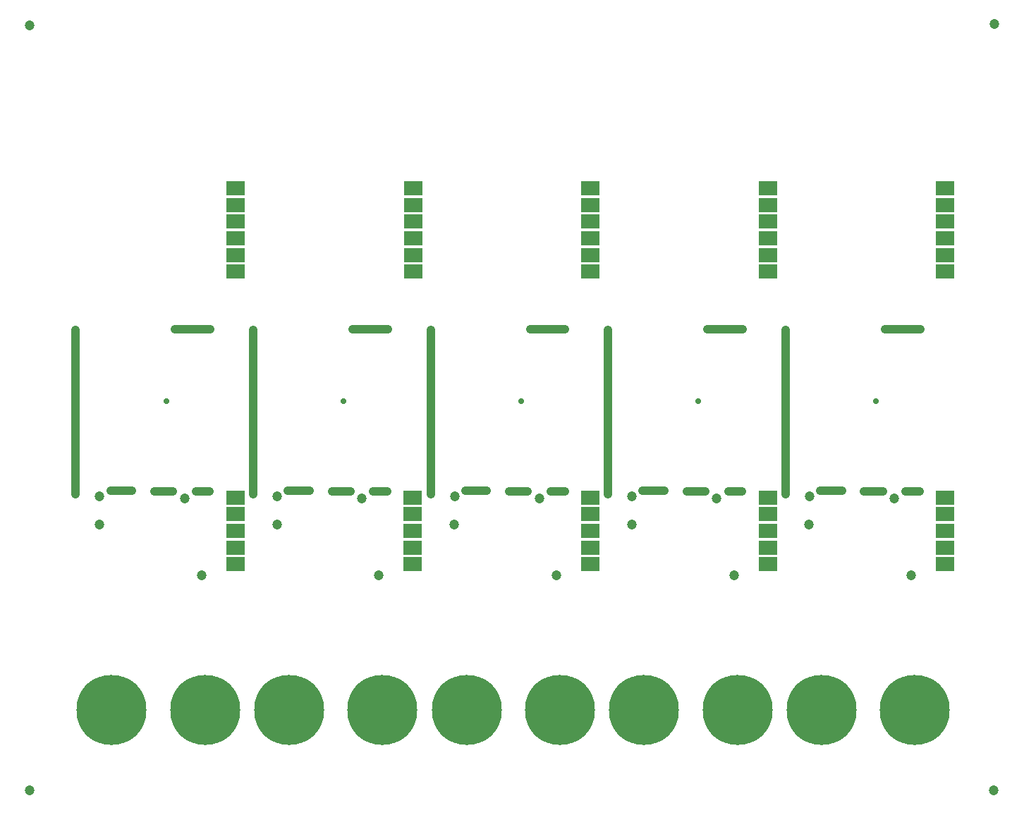
<source format=gts>
G04*
G04 #@! TF.GenerationSoftware,Altium Limited,Altium Designer,19.1.8 (144)*
G04*
G04 Layer_Color=8388736*
%FSAX25Y25*%
%MOIN*%
G70*
G01*
G75*
%ADD10C,0.04724*%
%ADD19C,0.03937*%
%ADD76R,0.08674X0.06706*%
%ADD77C,0.33084*%
%ADD78C,0.04737*%
%ADD79C,0.02769*%
D10*
X0101509Y0122323D02*
D03*
X0093425Y0158504D02*
D03*
X0053268Y0146063D02*
D03*
X0053347Y0159567D02*
D03*
X0185367Y0122323D02*
D03*
X0177284Y0158504D02*
D03*
X0137126Y0146063D02*
D03*
X0137205Y0159567D02*
D03*
X0269226Y0122323D02*
D03*
X0261142Y0158504D02*
D03*
X0220984Y0146063D02*
D03*
X0221063Y0159567D02*
D03*
X0353084Y0122323D02*
D03*
X0345000Y0158504D02*
D03*
X0304843Y0146063D02*
D03*
X0304922Y0159567D02*
D03*
X0436942Y0122323D02*
D03*
X0428859Y0158504D02*
D03*
X0388701Y0146063D02*
D03*
X0388780Y0159567D02*
D03*
D19*
X0098829Y0161929D02*
X0105354D01*
X0079252D02*
X0087992D01*
X0058465Y0162047D02*
X0068670D01*
X0042047Y0160560D02*
Y0238032D01*
X0089055Y0238622D02*
X0105630D01*
X0182687Y0161929D02*
X0189213D01*
X0163110D02*
X0171851D01*
X0142323Y0162047D02*
X0152529D01*
X0125906Y0160560D02*
Y0238032D01*
X0172914Y0238622D02*
X0189488D01*
X0266545Y0161929D02*
X0273071D01*
X0246969D02*
X0255709D01*
X0226181Y0162047D02*
X0236387D01*
X0209764Y0160560D02*
Y0238032D01*
X0256772Y0238622D02*
X0273347D01*
X0350404Y0161929D02*
X0356929D01*
X0330827D02*
X0339567D01*
X0310040Y0162047D02*
X0320245D01*
X0293622Y0160560D02*
Y0238032D01*
X0340630Y0238622D02*
X0357205D01*
X0434262Y0161929D02*
X0440788D01*
X0414685D02*
X0423425D01*
X0393898Y0162047D02*
X0404104D01*
X0377481Y0160560D02*
Y0238032D01*
X0424488Y0238622D02*
X0441063D01*
D76*
X0117492Y0158957D02*
D03*
Y0151083D02*
D03*
Y0143209D02*
D03*
Y0127461D02*
D03*
Y0135335D02*
D03*
X0117559Y0281496D02*
D03*
Y0265748D02*
D03*
Y0273622D02*
D03*
Y0289370D02*
D03*
Y0297244D02*
D03*
Y0305118D02*
D03*
X0201350Y0158957D02*
D03*
Y0151083D02*
D03*
Y0143209D02*
D03*
Y0127461D02*
D03*
Y0135335D02*
D03*
X0201417Y0281496D02*
D03*
Y0265748D02*
D03*
Y0273622D02*
D03*
Y0289370D02*
D03*
Y0297244D02*
D03*
Y0305118D02*
D03*
X0285208Y0158957D02*
D03*
Y0151083D02*
D03*
Y0143209D02*
D03*
Y0127461D02*
D03*
Y0135335D02*
D03*
X0285276Y0281496D02*
D03*
Y0265748D02*
D03*
Y0273622D02*
D03*
Y0289370D02*
D03*
Y0297244D02*
D03*
Y0305118D02*
D03*
X0369067Y0158957D02*
D03*
Y0151083D02*
D03*
Y0143209D02*
D03*
Y0127461D02*
D03*
Y0135335D02*
D03*
X0369134Y0281496D02*
D03*
Y0265748D02*
D03*
Y0273622D02*
D03*
Y0289370D02*
D03*
Y0297244D02*
D03*
Y0305118D02*
D03*
X0452925Y0158957D02*
D03*
Y0151083D02*
D03*
Y0143209D02*
D03*
Y0127461D02*
D03*
Y0135335D02*
D03*
X0452992Y0281496D02*
D03*
Y0265748D02*
D03*
Y0273622D02*
D03*
Y0289370D02*
D03*
Y0297244D02*
D03*
Y0305118D02*
D03*
D77*
X0103150Y0058465D02*
D03*
X0059055D02*
D03*
X0187008D02*
D03*
X0142913D02*
D03*
X0270866D02*
D03*
X0226772D02*
D03*
X0354725D02*
D03*
X0310630D02*
D03*
X0438583D02*
D03*
X0394488D02*
D03*
D78*
X0020276Y0020394D02*
D03*
X0475984D02*
D03*
X0476299Y0382835D02*
D03*
X0020118Y0382323D02*
D03*
D79*
X0084782Y0204422D02*
D03*
X0168641D02*
D03*
X0252499D02*
D03*
X0336357D02*
D03*
X0420216D02*
D03*
M02*

</source>
